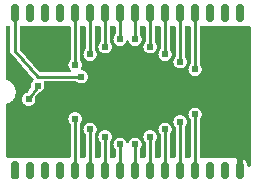
<source format=gbl>
G04 Layer: BottomLayer*
G04 EasyEDA v6.4.19.4, 2021-05-22T17:12:30+02:00*
G04 60ca6d144bf64f37953a992c9f1d910e,8dc9eacff13444d6b60fd3cb587e6cd5,10*
G04 Gerber Generator version 0.2*
G04 Scale: 100 percent, Rotated: No, Reflected: No *
G04 Dimensions in inches *
G04 leading zeros omitted , absolute positions ,3 integer and 6 decimal *
%FSLAX36Y36*%
%MOIN*%

%ADD10C,0.0100*%
%ADD11C,0.0110*%
%ADD12C,0.0240*%
%ADD14C,0.0276*%

%LPD*%
G36*
X583860Y-809380D02*
G01*
X582740Y-809220D01*
X582200Y-809040D01*
X581260Y-808439D01*
X516620Y-735240D01*
X515980Y-734260D01*
X515660Y-733160D01*
X515620Y-659000D01*
X515780Y-657880D01*
X516240Y-656840D01*
X517000Y-655980D01*
X517960Y-655360D01*
X519040Y-655040D01*
X680900Y-655000D01*
X682020Y-655160D01*
X683060Y-655639D01*
X683920Y-656380D01*
X684539Y-657340D01*
X684860Y-658439D01*
X684860Y-767820D01*
X684500Y-768960D01*
X683820Y-769940D01*
X682080Y-772080D01*
X680600Y-774400D01*
X679440Y-776900D01*
X678960Y-778199D01*
X678280Y-780879D01*
X677940Y-783620D01*
X677940Y-786420D01*
X678300Y-789220D01*
X679020Y-791960D01*
X680080Y-794580D01*
X681460Y-797039D01*
X683160Y-799320D01*
X685120Y-801340D01*
X686640Y-802660D01*
X687020Y-803139D01*
X687520Y-804220D01*
X687700Y-805380D01*
X687540Y-806520D01*
X687060Y-807560D01*
X686320Y-808420D01*
X685360Y-809020D01*
X684280Y-809340D01*
G37*

%LPD*%
G36*
X1244600Y-1125000D02*
G01*
X1243480Y-1124840D01*
X1242440Y-1124360D01*
X1241580Y-1123620D01*
X1240960Y-1122660D01*
X1240640Y-1121560D01*
X1240580Y-1099100D01*
X1239800Y-1099340D01*
X1239000Y-1099420D01*
X1237880Y-1099260D01*
X1236840Y-1098800D01*
X1235980Y-1098040D01*
X1235360Y-1097080D01*
X1235040Y-1096000D01*
X1235000Y-1095000D01*
X1118540Y-1094960D01*
X1117440Y-1094640D01*
X1116480Y-1094020D01*
X1115740Y-1093160D01*
X1115260Y-1092120D01*
X1115100Y-1091000D01*
X1115140Y-967180D01*
X1115500Y-966040D01*
X1116180Y-965060D01*
X1117920Y-962920D01*
X1119400Y-960600D01*
X1120560Y-958100D01*
X1121040Y-956800D01*
X1121720Y-954120D01*
X1122060Y-951380D01*
X1122060Y-948660D01*
X1121740Y-946020D01*
X1121100Y-943420D01*
X1120160Y-940920D01*
X1118920Y-938560D01*
X1117400Y-936380D01*
X1115620Y-934380D01*
X1113620Y-932600D01*
X1111440Y-931080D01*
X1109080Y-929840D01*
X1106580Y-928900D01*
X1103980Y-928259D01*
X1101340Y-927940D01*
X1098660Y-927940D01*
X1096020Y-928259D01*
X1093420Y-928900D01*
X1090920Y-929840D01*
X1088560Y-931080D01*
X1086380Y-932600D01*
X1084380Y-934380D01*
X1082600Y-936380D01*
X1081080Y-938560D01*
X1079840Y-940920D01*
X1078900Y-943420D01*
X1078260Y-946020D01*
X1077940Y-948660D01*
X1077940Y-951380D01*
X1078280Y-954120D01*
X1078960Y-956800D01*
X1079980Y-959360D01*
X1081300Y-961780D01*
X1082920Y-964020D01*
X1084200Y-965520D01*
X1084720Y-966600D01*
X1084860Y-967180D01*
X1084900Y-1091000D01*
X1084740Y-1092120D01*
X1084260Y-1093160D01*
X1083520Y-1094020D01*
X1082560Y-1094640D01*
X1081460Y-1094960D01*
X1069100Y-1095000D01*
X1067980Y-1094840D01*
X1066940Y-1094360D01*
X1066080Y-1093620D01*
X1065460Y-1092660D01*
X1065140Y-1091560D01*
X1065140Y-992180D01*
X1065500Y-991040D01*
X1066180Y-990060D01*
X1067920Y-987920D01*
X1069400Y-985600D01*
X1070560Y-983100D01*
X1071040Y-981800D01*
X1071720Y-979120D01*
X1072060Y-976380D01*
X1072060Y-973660D01*
X1071740Y-971020D01*
X1071100Y-968420D01*
X1070160Y-965920D01*
X1068920Y-963560D01*
X1067400Y-961380D01*
X1065620Y-959380D01*
X1063620Y-957600D01*
X1061440Y-956080D01*
X1059080Y-954840D01*
X1056580Y-953900D01*
X1053980Y-953259D01*
X1051340Y-952940D01*
X1048660Y-952940D01*
X1046020Y-953259D01*
X1043420Y-953900D01*
X1040920Y-954840D01*
X1038560Y-956080D01*
X1036380Y-957600D01*
X1034380Y-959380D01*
X1032600Y-961380D01*
X1031080Y-963560D01*
X1029840Y-965920D01*
X1028900Y-968420D01*
X1028259Y-971020D01*
X1027940Y-973660D01*
X1027940Y-976380D01*
X1028280Y-979120D01*
X1028960Y-981800D01*
X1029980Y-984360D01*
X1031300Y-986780D01*
X1032920Y-989020D01*
X1034200Y-990520D01*
X1034720Y-991600D01*
X1034860Y-992180D01*
X1034900Y-1091000D01*
X1034740Y-1092120D01*
X1034260Y-1093160D01*
X1033520Y-1094020D01*
X1032560Y-1094640D01*
X1031460Y-1094960D01*
X1019100Y-1095000D01*
X1017980Y-1094840D01*
X1016940Y-1094360D01*
X1016080Y-1093620D01*
X1015460Y-1092660D01*
X1015140Y-1091560D01*
X1015140Y-1017180D01*
X1015500Y-1016040D01*
X1016180Y-1015060D01*
X1017920Y-1012920D01*
X1019400Y-1010600D01*
X1020560Y-1008100D01*
X1021040Y-1006800D01*
X1021720Y-1004120D01*
X1022060Y-1001380D01*
X1022060Y-998660D01*
X1021740Y-996020D01*
X1021100Y-993420D01*
X1020160Y-990920D01*
X1018920Y-988560D01*
X1017400Y-986380D01*
X1015620Y-984380D01*
X1013620Y-982600D01*
X1011440Y-981080D01*
X1009080Y-979840D01*
X1006580Y-978900D01*
X1003980Y-978259D01*
X1001340Y-977940D01*
X998660Y-977940D01*
X996020Y-978259D01*
X993420Y-978900D01*
X990920Y-979840D01*
X988560Y-981080D01*
X986380Y-982600D01*
X984380Y-984380D01*
X982600Y-986380D01*
X981080Y-988560D01*
X979840Y-990920D01*
X978900Y-993420D01*
X978259Y-996020D01*
X977940Y-998660D01*
X977940Y-1001380D01*
X978280Y-1004120D01*
X978960Y-1006800D01*
X979980Y-1009360D01*
X981300Y-1011780D01*
X982920Y-1014020D01*
X984200Y-1015520D01*
X984720Y-1016600D01*
X984860Y-1017180D01*
X984900Y-1091000D01*
X984740Y-1092120D01*
X984260Y-1093160D01*
X983520Y-1094020D01*
X982560Y-1094640D01*
X981460Y-1094960D01*
X969100Y-1095000D01*
X967980Y-1094840D01*
X966940Y-1094360D01*
X966080Y-1093620D01*
X965460Y-1092660D01*
X965140Y-1091560D01*
X965140Y-1042180D01*
X965500Y-1041040D01*
X966180Y-1040060D01*
X967920Y-1037920D01*
X969400Y-1035600D01*
X970560Y-1033100D01*
X971040Y-1031800D01*
X971720Y-1029120D01*
X972060Y-1026380D01*
X972060Y-1023660D01*
X971740Y-1021020D01*
X971100Y-1018420D01*
X970160Y-1015920D01*
X968920Y-1013560D01*
X967400Y-1011380D01*
X965620Y-1009380D01*
X963620Y-1007600D01*
X961440Y-1006080D01*
X959080Y-1004840D01*
X956580Y-1003900D01*
X953980Y-1003259D01*
X951340Y-1002940D01*
X948660Y-1002940D01*
X946020Y-1003259D01*
X943420Y-1003900D01*
X940920Y-1004840D01*
X938560Y-1006080D01*
X936380Y-1007600D01*
X934380Y-1009380D01*
X932600Y-1011380D01*
X931080Y-1013560D01*
X929840Y-1015920D01*
X928900Y-1018420D01*
X928259Y-1021020D01*
X927940Y-1023660D01*
X927940Y-1026380D01*
X928280Y-1029120D01*
X928960Y-1031800D01*
X929980Y-1034360D01*
X931300Y-1036780D01*
X932920Y-1039020D01*
X934200Y-1040520D01*
X934720Y-1041600D01*
X934860Y-1042180D01*
X934900Y-1091000D01*
X934740Y-1092120D01*
X934260Y-1093160D01*
X933520Y-1094020D01*
X932560Y-1094640D01*
X931460Y-1094960D01*
X919100Y-1095000D01*
X917980Y-1094840D01*
X916940Y-1094360D01*
X916080Y-1093620D01*
X915460Y-1092660D01*
X915140Y-1091560D01*
X915140Y-1067180D01*
X915500Y-1066040D01*
X916180Y-1065060D01*
X917920Y-1062920D01*
X919400Y-1060600D01*
X920560Y-1058100D01*
X921040Y-1056800D01*
X921720Y-1054120D01*
X922060Y-1051380D01*
X922060Y-1048660D01*
X921740Y-1046020D01*
X921100Y-1043420D01*
X920160Y-1040920D01*
X918920Y-1038560D01*
X917400Y-1036380D01*
X915620Y-1034380D01*
X913620Y-1032600D01*
X911440Y-1031080D01*
X909080Y-1029840D01*
X906580Y-1028900D01*
X903980Y-1028259D01*
X901340Y-1027940D01*
X898660Y-1027940D01*
X895980Y-1028259D01*
X893379Y-1028920D01*
X890860Y-1029880D01*
X888480Y-1031140D01*
X886280Y-1032680D01*
X884260Y-1034479D01*
X882500Y-1036500D01*
X880980Y-1038740D01*
X879760Y-1041120D01*
X878840Y-1043660D01*
X878360Y-1044680D01*
X877600Y-1045540D01*
X876660Y-1046140D01*
X875560Y-1046460D01*
X874440Y-1046460D01*
X873340Y-1046140D01*
X872400Y-1045540D01*
X871640Y-1044680D01*
X871160Y-1043660D01*
X870240Y-1041120D01*
X869020Y-1038740D01*
X867500Y-1036500D01*
X865740Y-1034479D01*
X863720Y-1032680D01*
X861520Y-1031140D01*
X859140Y-1029880D01*
X856620Y-1028920D01*
X854020Y-1028259D01*
X851340Y-1027940D01*
X848660Y-1027940D01*
X846020Y-1028259D01*
X843420Y-1028900D01*
X840920Y-1029840D01*
X838560Y-1031080D01*
X836380Y-1032600D01*
X834380Y-1034380D01*
X832600Y-1036380D01*
X831080Y-1038560D01*
X829840Y-1040920D01*
X828900Y-1043420D01*
X828259Y-1046020D01*
X827940Y-1048660D01*
X827940Y-1051380D01*
X828280Y-1054120D01*
X828960Y-1056800D01*
X829980Y-1059360D01*
X831300Y-1061780D01*
X832920Y-1064020D01*
X834200Y-1065520D01*
X834720Y-1066600D01*
X834860Y-1067180D01*
X834900Y-1091000D01*
X834740Y-1092120D01*
X834260Y-1093160D01*
X833520Y-1094020D01*
X832560Y-1094640D01*
X831460Y-1094960D01*
X819100Y-1095000D01*
X817980Y-1094840D01*
X816940Y-1094360D01*
X816080Y-1093620D01*
X815460Y-1092660D01*
X815140Y-1091560D01*
X815140Y-1042180D01*
X815500Y-1041040D01*
X816180Y-1040060D01*
X817920Y-1037920D01*
X819400Y-1035600D01*
X820560Y-1033100D01*
X821040Y-1031800D01*
X821720Y-1029120D01*
X822060Y-1026380D01*
X822060Y-1023660D01*
X821740Y-1021020D01*
X821100Y-1018420D01*
X820160Y-1015920D01*
X818920Y-1013560D01*
X817400Y-1011380D01*
X815620Y-1009380D01*
X813620Y-1007600D01*
X811440Y-1006080D01*
X809080Y-1004840D01*
X806580Y-1003900D01*
X803980Y-1003259D01*
X801340Y-1002940D01*
X798660Y-1002940D01*
X796020Y-1003259D01*
X793420Y-1003900D01*
X790920Y-1004840D01*
X788560Y-1006080D01*
X786380Y-1007600D01*
X784380Y-1009380D01*
X782600Y-1011380D01*
X781080Y-1013560D01*
X779840Y-1015920D01*
X778900Y-1018420D01*
X778259Y-1021020D01*
X777940Y-1023660D01*
X777940Y-1026380D01*
X778280Y-1029120D01*
X778960Y-1031800D01*
X779980Y-1034360D01*
X781300Y-1036780D01*
X782920Y-1039020D01*
X784200Y-1040520D01*
X784720Y-1041600D01*
X784860Y-1042180D01*
X784900Y-1091000D01*
X784740Y-1092120D01*
X784260Y-1093160D01*
X783520Y-1094020D01*
X782560Y-1094640D01*
X781460Y-1094960D01*
X769100Y-1095000D01*
X767980Y-1094840D01*
X766940Y-1094360D01*
X766080Y-1093620D01*
X765460Y-1092660D01*
X765140Y-1091560D01*
X765140Y-1017180D01*
X765500Y-1016040D01*
X766180Y-1015060D01*
X767920Y-1012920D01*
X769400Y-1010600D01*
X770560Y-1008100D01*
X771040Y-1006800D01*
X771720Y-1004120D01*
X772060Y-1001380D01*
X772060Y-998660D01*
X771740Y-996020D01*
X771100Y-993420D01*
X770160Y-990920D01*
X768920Y-988560D01*
X767400Y-986380D01*
X765620Y-984380D01*
X763620Y-982600D01*
X761440Y-981080D01*
X759080Y-979840D01*
X756580Y-978900D01*
X753980Y-978259D01*
X751340Y-977940D01*
X748660Y-977940D01*
X746020Y-978259D01*
X743420Y-978900D01*
X740920Y-979840D01*
X738560Y-981080D01*
X736380Y-982600D01*
X734380Y-984380D01*
X732600Y-986380D01*
X731080Y-988560D01*
X729840Y-990920D01*
X728900Y-993420D01*
X728259Y-996020D01*
X727940Y-998660D01*
X727940Y-1001380D01*
X728280Y-1004120D01*
X728960Y-1006800D01*
X729980Y-1009360D01*
X731300Y-1011780D01*
X732920Y-1014020D01*
X734200Y-1015520D01*
X734720Y-1016600D01*
X734860Y-1017180D01*
X734900Y-1091000D01*
X734740Y-1092120D01*
X734260Y-1093160D01*
X733520Y-1094020D01*
X732560Y-1094640D01*
X731460Y-1094960D01*
X719100Y-1095000D01*
X717980Y-1094840D01*
X716940Y-1094360D01*
X716080Y-1093620D01*
X715460Y-1092660D01*
X715140Y-1091560D01*
X715140Y-982180D01*
X715500Y-981040D01*
X716180Y-980060D01*
X717920Y-977920D01*
X719400Y-975600D01*
X720560Y-973100D01*
X721040Y-971800D01*
X721720Y-969120D01*
X722060Y-966380D01*
X722060Y-963660D01*
X721740Y-961020D01*
X721100Y-958420D01*
X720160Y-955920D01*
X718920Y-953560D01*
X717400Y-951380D01*
X715620Y-949380D01*
X713620Y-947600D01*
X711440Y-946080D01*
X709080Y-944840D01*
X706580Y-943900D01*
X703980Y-943259D01*
X701340Y-942940D01*
X698660Y-942940D01*
X696020Y-943259D01*
X693420Y-943900D01*
X690920Y-944840D01*
X688560Y-946080D01*
X686380Y-947600D01*
X684380Y-949380D01*
X682600Y-951380D01*
X681080Y-953560D01*
X679840Y-955920D01*
X678900Y-958420D01*
X678259Y-961020D01*
X677940Y-963660D01*
X677940Y-966380D01*
X678280Y-969120D01*
X678960Y-971800D01*
X679980Y-974360D01*
X681300Y-976780D01*
X682920Y-979020D01*
X684200Y-980520D01*
X684720Y-981600D01*
X684860Y-982180D01*
X684900Y-1091000D01*
X684740Y-1092120D01*
X684260Y-1093160D01*
X683520Y-1094020D01*
X682560Y-1094640D01*
X681460Y-1094960D01*
X474099Y-1095000D01*
X472980Y-1094840D01*
X471940Y-1094360D01*
X471079Y-1093620D01*
X470460Y-1092660D01*
X470140Y-1091560D01*
X470140Y-917860D01*
X470540Y-916680D01*
X470860Y-916140D01*
X471760Y-915260D01*
X472280Y-914920D01*
X474640Y-914080D01*
X478080Y-912600D01*
X479760Y-911760D01*
X482960Y-909840D01*
X486000Y-907640D01*
X488820Y-905160D01*
X491400Y-902460D01*
X492620Y-901020D01*
X494820Y-898000D01*
X496740Y-894780D01*
X498360Y-891400D01*
X499680Y-887900D01*
X500680Y-884280D01*
X501060Y-882460D01*
X501560Y-878740D01*
X501719Y-875000D01*
X501560Y-871260D01*
X501060Y-867540D01*
X500220Y-863900D01*
X499060Y-860340D01*
X497580Y-856880D01*
X495820Y-853580D01*
X493740Y-850460D01*
X492620Y-848980D01*
X490140Y-846160D01*
X487440Y-843560D01*
X484500Y-841240D01*
X482960Y-840160D01*
X479760Y-838240D01*
X476380Y-836620D01*
X472280Y-835080D01*
X471280Y-834340D01*
X470860Y-833860D01*
X470300Y-832740D01*
X470140Y-832140D01*
X470100Y-659000D01*
X470260Y-657880D01*
X470740Y-656840D01*
X471480Y-655980D01*
X472440Y-655360D01*
X473540Y-655040D01*
X480379Y-655000D01*
X481520Y-655160D01*
X482560Y-655639D01*
X483420Y-656380D01*
X484020Y-657340D01*
X484340Y-658439D01*
X484380Y-740000D01*
X484560Y-742240D01*
X485040Y-744460D01*
X485840Y-746560D01*
X486920Y-748540D01*
X488300Y-750320D01*
X561260Y-833080D01*
X561740Y-834140D01*
X561900Y-835280D01*
X561740Y-836400D01*
X561280Y-837440D01*
X560520Y-838300D01*
X558600Y-840180D01*
X556920Y-842300D01*
X555500Y-844599D01*
X554380Y-847060D01*
X553920Y-848340D01*
X553280Y-850960D01*
X552940Y-853640D01*
X552900Y-855000D01*
X552980Y-856780D01*
X553240Y-859200D01*
X553200Y-859800D01*
X552860Y-860920D01*
X541940Y-877300D01*
X541000Y-878060D01*
X539900Y-878500D01*
X538600Y-878840D01*
X536080Y-879780D01*
X533700Y-881020D01*
X531480Y-882520D01*
X529460Y-884300D01*
X528520Y-885260D01*
X526860Y-887380D01*
X525460Y-889659D01*
X524360Y-892120D01*
X523560Y-894680D01*
X523060Y-897320D01*
X522900Y-900000D01*
X523060Y-902660D01*
X523540Y-905280D01*
X524340Y-907840D01*
X524840Y-909080D01*
X526080Y-911440D01*
X527600Y-913620D01*
X529380Y-915620D01*
X531380Y-917400D01*
X533560Y-918920D01*
X535920Y-920160D01*
X538420Y-921100D01*
X541020Y-921740D01*
X543660Y-922060D01*
X546340Y-922060D01*
X548980Y-921740D01*
X551580Y-921100D01*
X554080Y-920160D01*
X556440Y-918920D01*
X558620Y-917400D01*
X560620Y-915620D01*
X562400Y-913620D01*
X563920Y-911440D01*
X565160Y-909080D01*
X566100Y-906580D01*
X566740Y-903980D01*
X567060Y-901340D01*
X567100Y-900000D01*
X567020Y-898220D01*
X566760Y-895800D01*
X566800Y-895200D01*
X567140Y-894080D01*
X578060Y-877700D01*
X579000Y-876940D01*
X580100Y-876500D01*
X581400Y-876160D01*
X583920Y-875220D01*
X586300Y-873980D01*
X588520Y-872480D01*
X590540Y-870699D01*
X591480Y-869740D01*
X593140Y-867620D01*
X594540Y-865340D01*
X595640Y-862880D01*
X596440Y-860320D01*
X596940Y-857680D01*
X597100Y-855000D01*
X596900Y-852000D01*
X596640Y-850500D01*
X596280Y-849040D01*
X595020Y-845420D01*
X594940Y-844620D01*
X595100Y-843480D01*
X595580Y-842440D01*
X596320Y-841580D01*
X597280Y-840980D01*
X598380Y-840660D01*
X702780Y-840620D01*
X703920Y-840780D01*
X704960Y-841260D01*
X706540Y-842520D01*
X708940Y-844140D01*
X711540Y-845420D01*
X714280Y-846340D01*
X715680Y-846680D01*
X718560Y-847060D01*
X721340Y-847060D01*
X723980Y-846740D01*
X726580Y-846100D01*
X729080Y-845160D01*
X731440Y-843920D01*
X733620Y-842400D01*
X735620Y-840620D01*
X737400Y-838620D01*
X738920Y-836440D01*
X740160Y-834080D01*
X741100Y-831580D01*
X741740Y-828980D01*
X742060Y-826340D01*
X742060Y-823620D01*
X741720Y-820900D01*
X741040Y-818240D01*
X740040Y-815680D01*
X738720Y-813259D01*
X737120Y-811040D01*
X735260Y-809020D01*
X733160Y-807240D01*
X730860Y-805759D01*
X728379Y-804560D01*
X725780Y-803680D01*
X723100Y-803120D01*
X721140Y-802880D01*
X720040Y-802440D01*
X719100Y-801700D01*
X718439Y-800720D01*
X718080Y-799580D01*
X718080Y-798420D01*
X718400Y-797340D01*
X719360Y-795639D01*
X720540Y-793139D01*
X721400Y-790500D01*
X721919Y-787760D01*
X722099Y-785000D01*
X721919Y-782240D01*
X721720Y-780879D01*
X721040Y-778199D01*
X720020Y-775639D01*
X718700Y-773220D01*
X717080Y-770980D01*
X715800Y-769479D01*
X715280Y-768400D01*
X715140Y-767820D01*
X715100Y-659000D01*
X715260Y-657880D01*
X715740Y-656840D01*
X716480Y-655980D01*
X717440Y-655360D01*
X718540Y-655040D01*
X730900Y-655000D01*
X732020Y-655160D01*
X733060Y-655639D01*
X733920Y-656380D01*
X734539Y-657340D01*
X734860Y-658439D01*
X734860Y-732820D01*
X734500Y-733960D01*
X733820Y-734940D01*
X732080Y-737080D01*
X730600Y-739400D01*
X729440Y-741900D01*
X728960Y-743199D01*
X728280Y-745879D01*
X727940Y-748620D01*
X727940Y-751340D01*
X728259Y-753980D01*
X728900Y-756580D01*
X729840Y-759080D01*
X731080Y-761440D01*
X732600Y-763620D01*
X734380Y-765620D01*
X736380Y-767400D01*
X738560Y-768920D01*
X740920Y-770160D01*
X743420Y-771100D01*
X746020Y-771740D01*
X748660Y-772060D01*
X751340Y-772060D01*
X753980Y-771740D01*
X756580Y-771100D01*
X759080Y-770160D01*
X761440Y-768920D01*
X763620Y-767400D01*
X765620Y-765620D01*
X767400Y-763620D01*
X768920Y-761440D01*
X770160Y-759080D01*
X771100Y-756580D01*
X771740Y-753980D01*
X772060Y-751340D01*
X772060Y-748620D01*
X771720Y-745879D01*
X771040Y-743199D01*
X770020Y-740639D01*
X768700Y-738220D01*
X767080Y-735980D01*
X765800Y-734479D01*
X765280Y-733400D01*
X765140Y-732820D01*
X765100Y-659000D01*
X765260Y-657880D01*
X765740Y-656840D01*
X766480Y-655980D01*
X767440Y-655360D01*
X768540Y-655040D01*
X780900Y-655000D01*
X782020Y-655160D01*
X783060Y-655639D01*
X783920Y-656380D01*
X784539Y-657340D01*
X784860Y-658439D01*
X784860Y-707820D01*
X784500Y-708960D01*
X783820Y-709940D01*
X782080Y-712080D01*
X780600Y-714400D01*
X779440Y-716900D01*
X778960Y-718199D01*
X778280Y-720879D01*
X777940Y-723620D01*
X777940Y-726340D01*
X778259Y-728980D01*
X778900Y-731580D01*
X779840Y-734080D01*
X781080Y-736440D01*
X782600Y-738620D01*
X784380Y-740620D01*
X786380Y-742400D01*
X788560Y-743920D01*
X790920Y-745160D01*
X793420Y-746100D01*
X796020Y-746740D01*
X798660Y-747060D01*
X801340Y-747060D01*
X803980Y-746740D01*
X806580Y-746100D01*
X809080Y-745160D01*
X811440Y-743920D01*
X813620Y-742400D01*
X815620Y-740620D01*
X817400Y-738620D01*
X818920Y-736440D01*
X820160Y-734080D01*
X821100Y-731580D01*
X821740Y-728980D01*
X822060Y-726340D01*
X822060Y-723620D01*
X821720Y-720879D01*
X821040Y-718199D01*
X820020Y-715639D01*
X818700Y-713220D01*
X817080Y-710980D01*
X815800Y-709479D01*
X815280Y-708400D01*
X815140Y-707820D01*
X815100Y-659000D01*
X815260Y-657880D01*
X815740Y-656840D01*
X816480Y-655980D01*
X817440Y-655360D01*
X818540Y-655040D01*
X830900Y-655000D01*
X832020Y-655160D01*
X833060Y-655639D01*
X833920Y-656380D01*
X834539Y-657340D01*
X834860Y-658439D01*
X834860Y-682820D01*
X834500Y-683960D01*
X833820Y-684940D01*
X832080Y-687080D01*
X830600Y-689400D01*
X829440Y-691900D01*
X828960Y-693199D01*
X828280Y-695879D01*
X827940Y-698620D01*
X827940Y-701340D01*
X828259Y-703980D01*
X828900Y-706580D01*
X829840Y-709080D01*
X831080Y-711440D01*
X832600Y-713620D01*
X834380Y-715620D01*
X836380Y-717400D01*
X838560Y-718920D01*
X840920Y-720160D01*
X843420Y-721100D01*
X846020Y-721740D01*
X848660Y-722060D01*
X851340Y-722060D01*
X854020Y-721740D01*
X856620Y-721080D01*
X859140Y-720120D01*
X861520Y-718860D01*
X863720Y-717320D01*
X865740Y-715520D01*
X867500Y-713500D01*
X869020Y-711260D01*
X870240Y-708880D01*
X871160Y-706340D01*
X871640Y-705320D01*
X872400Y-704460D01*
X873340Y-703860D01*
X874440Y-703540D01*
X875560Y-703540D01*
X876660Y-703860D01*
X877600Y-704460D01*
X878360Y-705320D01*
X878840Y-706340D01*
X879760Y-708880D01*
X880980Y-711260D01*
X882500Y-713500D01*
X884260Y-715520D01*
X886280Y-717320D01*
X888480Y-718860D01*
X890860Y-720120D01*
X893379Y-721080D01*
X895980Y-721740D01*
X898660Y-722060D01*
X901340Y-722060D01*
X903980Y-721740D01*
X906580Y-721100D01*
X909080Y-720160D01*
X911440Y-718920D01*
X913620Y-717400D01*
X915620Y-715620D01*
X917400Y-713620D01*
X918920Y-711440D01*
X920160Y-709080D01*
X921100Y-706580D01*
X921740Y-703980D01*
X922060Y-701340D01*
X922060Y-698620D01*
X921720Y-695879D01*
X921040Y-693199D01*
X920020Y-690639D01*
X918700Y-688220D01*
X917080Y-685980D01*
X915800Y-684479D01*
X915280Y-683400D01*
X915140Y-682820D01*
X915100Y-659000D01*
X915260Y-657880D01*
X915740Y-656840D01*
X916480Y-655980D01*
X917440Y-655360D01*
X918540Y-655040D01*
X930900Y-655000D01*
X932020Y-655160D01*
X933060Y-655639D01*
X933920Y-656380D01*
X934539Y-657340D01*
X934860Y-658439D01*
X934860Y-707820D01*
X934500Y-708960D01*
X933820Y-709940D01*
X932080Y-712080D01*
X930600Y-714400D01*
X929440Y-716900D01*
X928960Y-718199D01*
X928280Y-720879D01*
X927940Y-723620D01*
X927940Y-726340D01*
X928259Y-728980D01*
X928900Y-731580D01*
X929840Y-734080D01*
X931080Y-736440D01*
X932600Y-738620D01*
X934380Y-740620D01*
X936380Y-742400D01*
X938560Y-743920D01*
X940920Y-745160D01*
X943420Y-746100D01*
X946020Y-746740D01*
X948660Y-747060D01*
X951340Y-747060D01*
X953980Y-746740D01*
X956580Y-746100D01*
X959080Y-745160D01*
X961440Y-743920D01*
X963620Y-742400D01*
X965620Y-740620D01*
X967400Y-738620D01*
X968920Y-736440D01*
X970160Y-734080D01*
X971100Y-731580D01*
X971740Y-728980D01*
X972060Y-726340D01*
X972060Y-723620D01*
X971720Y-720879D01*
X971040Y-718199D01*
X970020Y-715639D01*
X968700Y-713220D01*
X967080Y-710980D01*
X965800Y-709479D01*
X965280Y-708400D01*
X965140Y-707820D01*
X965100Y-659000D01*
X965260Y-657880D01*
X965740Y-656840D01*
X966480Y-655980D01*
X967440Y-655360D01*
X968540Y-655040D01*
X980900Y-655000D01*
X982020Y-655160D01*
X983060Y-655639D01*
X983920Y-656380D01*
X984539Y-657340D01*
X984860Y-658439D01*
X984860Y-732820D01*
X984500Y-733960D01*
X983820Y-734940D01*
X982080Y-737080D01*
X980600Y-739400D01*
X979440Y-741900D01*
X978960Y-743199D01*
X978280Y-745879D01*
X977940Y-748620D01*
X977940Y-751340D01*
X978259Y-753980D01*
X978900Y-756580D01*
X979840Y-759080D01*
X981080Y-761440D01*
X982600Y-763620D01*
X984380Y-765620D01*
X986380Y-767400D01*
X988560Y-768920D01*
X990920Y-770160D01*
X993420Y-771100D01*
X996020Y-771740D01*
X998660Y-772060D01*
X1001340Y-772060D01*
X1003980Y-771740D01*
X1006580Y-771100D01*
X1009080Y-770160D01*
X1011440Y-768920D01*
X1013620Y-767400D01*
X1015620Y-765620D01*
X1017400Y-763620D01*
X1018920Y-761440D01*
X1020160Y-759080D01*
X1021100Y-756580D01*
X1021740Y-753980D01*
X1022060Y-751340D01*
X1022060Y-748620D01*
X1021720Y-745879D01*
X1021040Y-743199D01*
X1020020Y-740639D01*
X1018700Y-738220D01*
X1017080Y-735980D01*
X1015800Y-734479D01*
X1015280Y-733400D01*
X1015140Y-732820D01*
X1015100Y-659000D01*
X1015260Y-657880D01*
X1015740Y-656840D01*
X1016480Y-655980D01*
X1017440Y-655360D01*
X1018540Y-655040D01*
X1030900Y-655000D01*
X1032020Y-655160D01*
X1033060Y-655639D01*
X1033920Y-656380D01*
X1034539Y-657340D01*
X1034860Y-658439D01*
X1034860Y-757820D01*
X1034500Y-758960D01*
X1033820Y-759940D01*
X1032080Y-762080D01*
X1030600Y-764400D01*
X1029440Y-766900D01*
X1028960Y-768199D01*
X1028280Y-770879D01*
X1027940Y-773620D01*
X1027940Y-776340D01*
X1028259Y-778980D01*
X1028900Y-781580D01*
X1029840Y-784080D01*
X1031080Y-786440D01*
X1032600Y-788620D01*
X1034380Y-790620D01*
X1036380Y-792400D01*
X1038560Y-793920D01*
X1040920Y-795160D01*
X1043420Y-796100D01*
X1046020Y-796740D01*
X1048660Y-797060D01*
X1051340Y-797060D01*
X1053980Y-796740D01*
X1056580Y-796100D01*
X1059080Y-795160D01*
X1061440Y-793920D01*
X1063620Y-792400D01*
X1065620Y-790620D01*
X1067400Y-788620D01*
X1068920Y-786440D01*
X1070160Y-784080D01*
X1071100Y-781580D01*
X1071740Y-778980D01*
X1072060Y-776340D01*
X1072060Y-773620D01*
X1071720Y-770879D01*
X1071040Y-768199D01*
X1070020Y-765639D01*
X1068700Y-763220D01*
X1067080Y-760980D01*
X1065800Y-759479D01*
X1065280Y-758400D01*
X1065140Y-757820D01*
X1065100Y-659000D01*
X1065260Y-657880D01*
X1065740Y-656840D01*
X1066480Y-655980D01*
X1067440Y-655360D01*
X1068540Y-655040D01*
X1080900Y-655000D01*
X1082020Y-655160D01*
X1083060Y-655639D01*
X1083920Y-656380D01*
X1084540Y-657340D01*
X1084860Y-658439D01*
X1084860Y-782820D01*
X1084500Y-783960D01*
X1083820Y-784940D01*
X1082080Y-787080D01*
X1080600Y-789400D01*
X1079440Y-791900D01*
X1078960Y-793199D01*
X1078280Y-795879D01*
X1077940Y-798620D01*
X1077940Y-801340D01*
X1078260Y-803980D01*
X1078900Y-806580D01*
X1079840Y-809080D01*
X1081080Y-811440D01*
X1082600Y-813620D01*
X1084380Y-815620D01*
X1086380Y-817400D01*
X1088560Y-818920D01*
X1090920Y-820160D01*
X1093420Y-821100D01*
X1096020Y-821740D01*
X1098660Y-822060D01*
X1101340Y-822060D01*
X1103980Y-821740D01*
X1106580Y-821100D01*
X1109080Y-820160D01*
X1111440Y-818920D01*
X1113620Y-817400D01*
X1115620Y-815620D01*
X1117400Y-813620D01*
X1118920Y-811440D01*
X1120160Y-809080D01*
X1121100Y-806580D01*
X1121740Y-803980D01*
X1122060Y-801340D01*
X1122060Y-798620D01*
X1121720Y-795879D01*
X1121040Y-793199D01*
X1120020Y-790639D01*
X1118700Y-788220D01*
X1117080Y-785980D01*
X1115800Y-784479D01*
X1115280Y-783400D01*
X1115140Y-782820D01*
X1115100Y-659000D01*
X1115260Y-657880D01*
X1115740Y-656840D01*
X1116480Y-655980D01*
X1117440Y-655360D01*
X1118540Y-655040D01*
X1280900Y-655000D01*
X1282020Y-655160D01*
X1283060Y-655639D01*
X1283920Y-656380D01*
X1284540Y-657340D01*
X1284860Y-658439D01*
X1284900Y-1091000D01*
X1284740Y-1092120D01*
X1284600Y-1092500D01*
X1284860Y-1093440D01*
X1284900Y-1121000D01*
X1284740Y-1122120D01*
X1284259Y-1123160D01*
X1283520Y-1124020D01*
X1282560Y-1124640D01*
X1281459Y-1124960D01*
X1277900Y-1125000D01*
X1276780Y-1124840D01*
X1275740Y-1124360D01*
X1274880Y-1123620D01*
X1274260Y-1122660D01*
X1273940Y-1121580D01*
X1273860Y-1119620D01*
X1273520Y-1116860D01*
X1272880Y-1114160D01*
X1271920Y-1111540D01*
X1271340Y-1110280D01*
X1269940Y-1107880D01*
X1268260Y-1105660D01*
X1266360Y-1103640D01*
X1264220Y-1101860D01*
X1261900Y-1100340D01*
X1259400Y-1099100D01*
X1259360Y-1121560D01*
X1259040Y-1122660D01*
X1258420Y-1123620D01*
X1257560Y-1124360D01*
X1256520Y-1124840D01*
X1255400Y-1125000D01*
G37*

%LPD*%
D10*
X700000Y-1136790D02*
G01*
X700000Y-965000D01*
X750000Y-1136790D02*
G01*
X750000Y-1000000D01*
X800000Y-1136790D02*
G01*
X800000Y-1025000D01*
X850000Y-1136790D02*
G01*
X850000Y-1050000D01*
X950000Y-1136790D02*
G01*
X950000Y-1025000D01*
X900000Y-1136790D02*
G01*
X900000Y-1050000D01*
X1100000Y-1136790D02*
G01*
X1100000Y-950000D01*
X1050000Y-1136790D02*
G01*
X1050000Y-975000D01*
X1000000Y-1136790D02*
G01*
X1000000Y-1000000D01*
X1100000Y-613170D02*
G01*
X1100000Y-800000D01*
X1050000Y-613170D02*
G01*
X1050000Y-775000D01*
X1000000Y-613170D02*
G01*
X1000000Y-750000D01*
X950000Y-613170D02*
G01*
X950000Y-725000D01*
X900000Y-613170D02*
G01*
X900000Y-700000D01*
X850000Y-613170D02*
G01*
X850000Y-700000D01*
X800000Y-613170D02*
G01*
X800000Y-725000D01*
X750000Y-613170D02*
G01*
X750000Y-750000D01*
X700000Y-613170D02*
G01*
X700000Y-785000D01*
D11*
X720000Y-825000D02*
G01*
X575000Y-825000D01*
X500000Y-740000D01*
X500000Y-613170D01*
D10*
X575000Y-855000D02*
G01*
X545000Y-900000D01*
G36*
X486199Y-1115136D02*
G01*
X494054Y-1107262D01*
X505945Y-1107262D01*
X513818Y-1115136D01*
X513800Y-1158443D01*
X505945Y-1166318D01*
X494054Y-1166318D01*
X486181Y-1158443D01*
G37*
D12*
G01*
X500000Y-1000000D03*
G01*
X670000Y-670000D03*
G01*
X1000000Y-875000D03*
G01*
X800000Y-875000D03*
G01*
X1130000Y-670000D03*
G01*
X670000Y-1080000D03*
G01*
X1130000Y-1080000D03*
G01*
X545000Y-900000D03*
G01*
X575000Y-855000D03*
G01*
X720000Y-825000D03*
G01*
X700000Y-965000D03*
G01*
X750000Y-1000000D03*
G01*
X800000Y-1025000D03*
G01*
X850000Y-1050000D03*
G01*
X700000Y-785000D03*
G01*
X750000Y-750000D03*
G01*
X800000Y-725000D03*
G01*
X850000Y-700000D03*
G01*
X1100000Y-950000D03*
G01*
X1050000Y-975000D03*
G01*
X1000000Y-1000000D03*
G01*
X950000Y-1025000D03*
G01*
X900000Y-1050000D03*
G01*
X1100000Y-800000D03*
G01*
X1050000Y-775000D03*
G01*
X1000000Y-750000D03*
G01*
X950000Y-725000D03*
G01*
X900000Y-700000D03*
D14*
X1250000Y-597442D02*
G01*
X1250000Y-628897D01*
X1200000Y-597442D02*
G01*
X1200000Y-628897D01*
X1150000Y-597442D02*
G01*
X1150000Y-628897D01*
X1100000Y-597442D02*
G01*
X1100000Y-628897D01*
X1050000Y-597442D02*
G01*
X1050000Y-628897D01*
X1000000Y-597442D02*
G01*
X1000000Y-628897D01*
X950000Y-597442D02*
G01*
X950000Y-628897D01*
X900000Y-597442D02*
G01*
X900000Y-628897D01*
X850000Y-597442D02*
G01*
X850000Y-628897D01*
X800000Y-597442D02*
G01*
X800000Y-628897D01*
X750000Y-597442D02*
G01*
X750000Y-628897D01*
X700000Y-597442D02*
G01*
X700000Y-628897D01*
X650000Y-597442D02*
G01*
X650000Y-628897D01*
X600000Y-597442D02*
G01*
X600000Y-628897D01*
X550000Y-597442D02*
G01*
X550000Y-628897D01*
X500000Y-597442D02*
G01*
X500000Y-628897D01*
X850000Y-1121062D02*
G01*
X850000Y-1152518D01*
X900000Y-1121062D02*
G01*
X900000Y-1152518D01*
X550000Y-1121062D02*
G01*
X550000Y-1152518D01*
X600000Y-1121062D02*
G01*
X600000Y-1152518D01*
X650000Y-1121062D02*
G01*
X650000Y-1152518D01*
X700000Y-1121062D02*
G01*
X700000Y-1152518D01*
X750000Y-1121062D02*
G01*
X750000Y-1152518D01*
X800000Y-1121062D02*
G01*
X800000Y-1152518D01*
X950000Y-1121062D02*
G01*
X950000Y-1152518D01*
X1000000Y-1121062D02*
G01*
X1000000Y-1152518D01*
X1050000Y-1121062D02*
G01*
X1050000Y-1152518D01*
X1100000Y-1121062D02*
G01*
X1100000Y-1152518D01*
X1150000Y-1121062D02*
G01*
X1150000Y-1152518D01*
X1200000Y-1121062D02*
G01*
X1200000Y-1152518D01*
X1250000Y-1121062D02*
G01*
X1250000Y-1152518D01*
M02*

</source>
